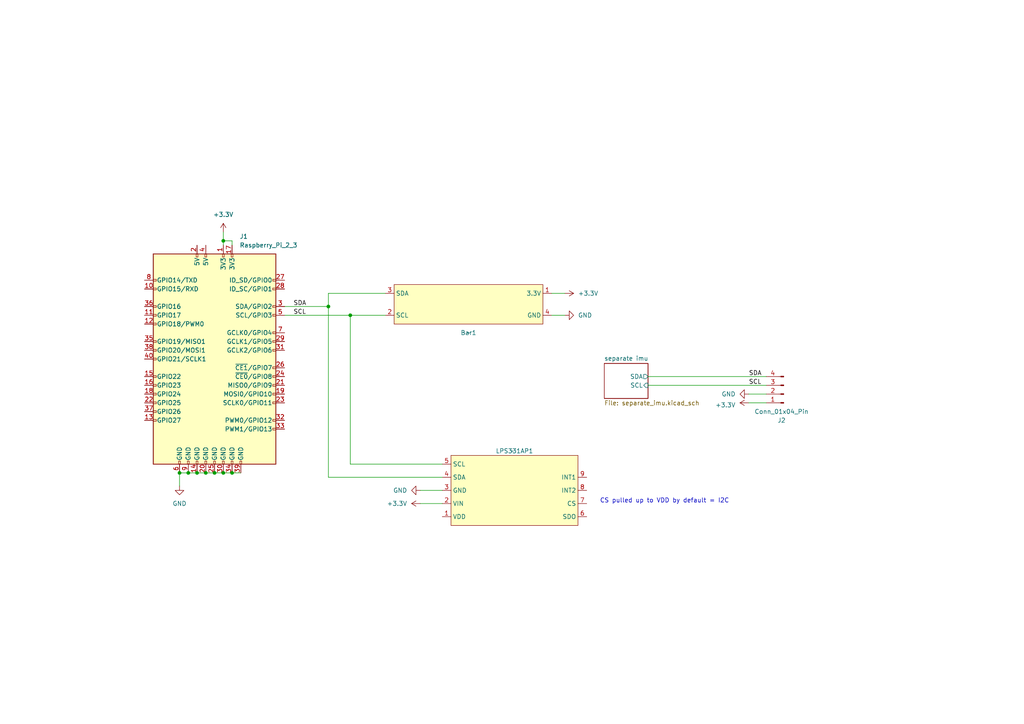
<source format=kicad_sch>
(kicad_sch (version 20230121) (generator eeschema)
  (paper "A4")
  (lib_symbols
    (symbol "Connector:Conn_01x04_Pin" (pin_names (offset 1.016) hide)
      (property "Reference" "J" (at 0 5.08 0))
      (property "Value" "Conn_01x04_Pin" (at 0 -7.62 0))
      (symbol "Conn_01x04_Pin_1_1"
        (polyline (pts (xy 1.27 -5.08) (xy 0.8636 -5.08)) (stroke (width 0.1524)))
        (polyline (pts (xy 1.27 -2.54) (xy 0.8636 -2.54)) (stroke (width 0.1524)))
        (polyline (pts (xy 1.27 0) (xy 0.8636 0)) (stroke (width 0.1524)))
        (polyline (pts (xy 1.27 2.54) (xy 0.8636 2.54)) (stroke (width 0.1524)))
        (rectangle (start 0.8636 -4.953) (end 0 -5.207) (stroke (width 0.1524)) (fill (type outline)))
        (rectangle (start 0.8636 -2.413) (end 0 -2.667) (stroke (width 0.1524)) (fill (type outline)))
        (rectangle (start 0.8636 0.127) (end 0 -0.127) (stroke (width 0.1524)) (fill (type outline)))
        (rectangle (start 0.8636 2.667) (end 0 2.413) (stroke (width 0.1524)) (fill (type outline)))
        (pin passive line (at 5.08 2.54 180) (length 3.81) (name "Pin_1") (number "1"))
        (pin passive line (at 5.08 0 180) (length 3.81) (name "Pin_2") (number "2"))
        (pin passive line (at 5.08 -2.54 180) (length 3.81) (name "Pin_3") (number "3"))
        (pin passive line (at 5.08 -5.08 180) (length 3.81) (name "Pin_4") (number "4"))
      )
    )
    (symbol "Connector:Raspberry_Pi_2_3" (pin_names (offset 1.016))
      (property "Reference" "J" (at -17.78 31.75 0))
      (property "Value" "Raspberry_Pi_2_3" (at 10.16 -31.75 0))
      (symbol "Raspberry_Pi_2_3_0_1"
        (rectangle (start -17.78 30.48) (end 17.78 -30.48) (stroke (width 0.254)) (fill (type background)))
      )
      (symbol "Raspberry_Pi_2_3_1_1"
        (rectangle (start -16.891 -17.526) (end -17.78 -18.034))
        (rectangle (start -16.891 -14.986) (end -17.78 -15.494))
        (rectangle (start -16.891 -12.446) (end -17.78 -12.954))
        (rectangle (start -16.891 -9.906) (end -17.78 -10.414))
        (rectangle (start -16.891 -7.366) (end -17.78 -7.874))
        (rectangle (start -16.891 -4.826) (end -17.78 -5.334))
        (rectangle (start -16.891 0.254) (end -17.78 -0.254))
        (rectangle (start -16.891 2.794) (end -17.78 2.286))
        (rectangle (start -16.891 5.334) (end -17.78 4.826))
        (rectangle (start -16.891 10.414) (end -17.78 9.906))
        (rectangle (start -16.891 12.954) (end -17.78 12.446))
        (rectangle (start -16.891 15.494) (end -17.78 14.986))
        (rectangle (start -16.891 20.574) (end -17.78 20.066))
        (rectangle (start -16.891 23.114) (end -17.78 22.606))
        (rectangle (start -10.414 -29.591) (end -9.906 -30.48))
        (rectangle (start -7.874 -29.591) (end -7.366 -30.48))
        (rectangle (start -5.334 -29.591) (end -4.826 -30.48))
        (rectangle (start -5.334 30.48) (end -4.826 29.591))
        (rectangle (start -2.794 -29.591) (end -2.286 -30.48))
        (rectangle (start -2.794 30.48) (end -2.286 29.591))
        (rectangle (start -0.254 -29.591) (end 0.254 -30.48))
        (rectangle (start 2.286 -29.591) (end 2.794 -30.48))
        (rectangle (start 2.286 30.48) (end 2.794 29.591))
        (rectangle (start 4.826 -29.591) (end 5.334 -30.48))
        (rectangle (start 4.826 30.48) (end 5.334 29.591))
        (rectangle (start 7.366 -29.591) (end 7.874 -30.48))
        (rectangle (start 17.78 -20.066) (end 16.891 -20.574))
        (rectangle (start 17.78 -17.526) (end 16.891 -18.034))
        (rectangle (start 17.78 -12.446) (end 16.891 -12.954))
        (rectangle (start 17.78 -9.906) (end 16.891 -10.414))
        (rectangle (start 17.78 -7.366) (end 16.891 -7.874))
        (rectangle (start 17.78 -4.826) (end 16.891 -5.334))
        (rectangle (start 17.78 -2.286) (end 16.891 -2.794))
        (rectangle (start 17.78 2.794) (end 16.891 2.286))
        (rectangle (start 17.78 5.334) (end 16.891 4.826))
        (rectangle (start 17.78 7.874) (end 16.891 7.366))
        (rectangle (start 17.78 12.954) (end 16.891 12.446))
        (rectangle (start 17.78 15.494) (end 16.891 14.986))
        (rectangle (start 17.78 20.574) (end 16.891 20.066))
        (rectangle (start 17.78 23.114) (end 16.891 22.606))
        (pin power_in line (at 2.54 33.02 270) (length 2.54) (name "3V3") (number "1"))
        (pin bidirectional line (at -20.32 20.32 0) (length 2.54) (name "GPIO15/RXD") (number "10"))
        (pin bidirectional line (at -20.32 12.7 0) (length 2.54) (name "GPIO17") (number "11"))
        (pin bidirectional line (at -20.32 10.16 0) (length 2.54) (name "GPIO18/PWM0") (number "12"))
        (pin bidirectional line (at -20.32 -17.78 0) (length 2.54) (name "GPIO27") (number "13"))
        (pin power_in line (at -5.08 -33.02 90) (length 2.54) (name "GND") (number "14"))
        (pin bidirectional line (at -20.32 -5.08 0) (length 2.54) (name "GPIO22") (number "15"))
        (pin bidirectional line (at -20.32 -7.62 0) (length 2.54) (name "GPIO23") (number "16"))
        (pin power_in line (at 5.08 33.02 270) (length 2.54) (name "3V3") (number "17"))
        (pin bidirectional line (at -20.32 -10.16 0) (length 2.54) (name "GPIO24") (number "18"))
        (pin bidirectional line (at 20.32 -10.16 180) (length 2.54) (name "MOSI0/GPIO10") (number "19"))
        (pin power_in line (at -5.08 33.02 270) (length 2.54) (name "5V") (number "2"))
        (pin power_in line (at -2.54 -33.02 90) (length 2.54) (name "GND") (number "20"))
        (pin bidirectional line (at 20.32 -7.62 180) (length 2.54) (name "MISO0/GPIO9") (number "21"))
        (pin bidirectional line (at -20.32 -12.7 0) (length 2.54) (name "GPIO25") (number "22"))
        (pin bidirectional line (at 20.32 -12.7 180) (length 2.54) (name "SCLK0/GPIO11") (number "23"))
        (pin bidirectional line (at 20.32 -5.08 180) (length 2.54) (name "~{CE0}/GPIO8") (number "24"))
        (pin power_in line (at 0 -33.02 90) (length 2.54) (name "GND") (number "25"))
        (pin bidirectional line (at 20.32 -2.54 180) (length 2.54) (name "~{CE1}/GPIO7") (number "26"))
        (pin bidirectional line (at 20.32 22.86 180) (length 2.54) (name "ID_SD/GPIO0") (number "27"))
        (pin bidirectional line (at 20.32 20.32 180) (length 2.54) (name "ID_SC/GPIO1") (number "28"))
        (pin bidirectional line (at 20.32 5.08 180) (length 2.54) (name "GCLK1/GPIO5") (number "29"))
        (pin bidirectional line (at 20.32 15.24 180) (length 2.54) (name "SDA/GPIO2") (number "3"))
        (pin power_in line (at 2.54 -33.02 90) (length 2.54) (name "GND") (number "30"))
        (pin bidirectional line (at 20.32 2.54 180) (length 2.54) (name "GCLK2/GPIO6") (number "31"))
        (pin bidirectional line (at 20.32 -17.78 180) (length 2.54) (name "PWM0/GPIO12") (number "32"))
        (pin bidirectional line (at 20.32 -20.32 180) (length 2.54) (name "PWM1/GPIO13") (number "33"))
        (pin power_in line (at 5.08 -33.02 90) (length 2.54) (name "GND") (number "34"))
        (pin bidirectional line (at -20.32 5.08 0) (length 2.54) (name "GPIO19/MISO1") (number "35"))
        (pin bidirectional line (at -20.32 15.24 0) (length 2.54) (name "GPIO16") (number "36"))
        (pin bidirectional line (at -20.32 -15.24 0) (length 2.54) (name "GPIO26") (number "37"))
        (pin bidirectional line (at -20.32 2.54 0) (length 2.54) (name "GPIO20/MOSI1") (number "38"))
        (pin power_in line (at 7.62 -33.02 90) (length 2.54) (name "GND") (number "39"))
        (pin power_in line (at -2.54 33.02 270) (length 2.54) (name "5V") (number "4"))
        (pin bidirectional line (at -20.32 0 0) (length 2.54) (name "GPIO21/SCLK1") (number "40"))
        (pin bidirectional line (at 20.32 12.7 180) (length 2.54) (name "SCL/GPIO3") (number "5"))
        (pin power_in line (at -10.16 -33.02 90) (length 2.54) (name "GND") (number "6"))
        (pin bidirectional line (at 20.32 7.62 180) (length 2.54) (name "GCLK0/GPIO4") (number "7"))
        (pin bidirectional line (at -20.32 22.86 0) (length 2.54) (name "GPIO14/TXD") (number "8"))
        (pin power_in line (at -7.62 -33.02 90) (length 2.54) (name "GND") (number "9"))
      )
    )
    (symbol "New_Library:Bar30"
      (property "Reference" "Bar1" (at 0 0 0))
      (property "Value" "~" (at 0 0 0))
      (symbol "Bar30_1_1"
        (rectangle (start -21.59 -2.54) (end 21.59 -13.97) (fill (type background)))
        (pin power_in line (at -24.13 -11.43 0) (length 2.54) (name "3.3V") (number "1"))
        (pin input line (at 24.13 -5.08 180) (length 2.54) (name "SCL") (number "2"))
        (pin unspecified line (at 24.13 -11.43 180) (length 2.54) (name "SDA") (number "3"))
        (pin unspecified line (at -24.13 -5.08 0) (length 2.54) (name "GND") (number "4"))
      )
    )
    (symbol "New_Library:LPS331AP"
      (property "Reference" "LPS331AP1" (at 0.635 0 0))
      (property "Value" "~" (at 0 0 0))
      (symbol "LPS331AP_1_1"
        (rectangle (start -17.78 -1.27) (end 19.05 -21.59) (fill (type background)))
        (pin unspecified line (at -20.32 -19.05 0) (length 2.54) (name "VDD") (number "1"))
        (pin unspecified line (at -20.32 -15.24 0) (length 2.54) (name "VIN") (number "2"))
        (pin unspecified line (at -20.32 -11.43 0) (length 2.54) (name "GND") (number "3"))
        (pin unspecified line (at -20.32 -7.62 0) (length 2.54) (name "SDA") (number "4"))
        (pin unspecified line (at -20.32 -3.81 0) (length 2.54) (name "SCL") (number "5"))
        (pin unspecified line (at 21.59 -19.05 180) (length 2.54) (name "SDO") (number "6"))
        (pin unspecified line (at 21.59 -15.24 180) (length 2.54) (name "CS") (number "7"))
        (pin unspecified line (at 21.59 -11.43 180) (length 2.54) (name "INT2") (number "8"))
        (pin unspecified line (at 21.59 -7.62 180) (length 2.54) (name "INT1") (number "9"))
      )
    )
    (symbol "power:+3.3V" (power) (pin_names (offset 0))
      (property "Value" "+3.3V" (at 0 3.556 0))
      (symbol "+3.3V_0_1"
        (polyline (pts (xy -0.762 1.27) (xy 0 2.54)))
        (polyline (pts (xy 0 0) (xy 0 2.54)))
        (polyline (pts (xy 0 2.54) (xy 0.762 1.27)))
      )
      (symbol "+3.3V_1_1"
        (pin power_in line (at 0 0 90) (length 0) hide (name "+3.3V") (number "1"))
      )
    )
    (symbol "power:GND" (power) (pin_names (offset 0))
      (property "Value" "GND" (at 0 -3.81 0))
      (symbol "GND_0_1"
        (polyline (pts (xy 0 0) (xy 0 -1.27) (xy 1.27 -1.27) (xy 0 -2.54) (xy -1.27 -1.27) (xy 0 -1.27)))
      )
      (symbol "GND_1_1"
        (pin power_in line (at 0 0 270) (length 0) hide (name "GND") (number "1"))
      )
    )
  )
  (junction (at 95.25 88.9))
  (junction (at 62.23 137.16))
  (junction (at 52.07 137.16))
  (junction (at 57.15 137.16))
  (junction (at 64.77 69.85))
  (junction (at 59.69 137.16))
  (junction (at 67.31 137.16))
  (junction (at 54.61 137.16))
  (junction (at 101.6 91.44))
  (junction (at 64.77 137.16))
  (wire (pts (xy 67.31 69.85) (xy 64.77 69.85)))
  (wire (pts (xy 67.31 137.16) (xy 69.85 137.16)))
  (wire (pts (xy 160.02 91.44) (xy 163.83 91.44)))
  (wire (pts (xy 128.27 134.62) (xy 101.6 134.62)))
  (wire (pts (xy 101.6 91.44) (xy 82.55 91.44)))
  (wire (pts (xy 59.69 137.16) (xy 62.23 137.16)))
  (wire (pts (xy 111.76 91.44) (xy 101.6 91.44)))
  (wire (pts (xy 121.92 142.24) (xy 128.27 142.24)))
  (wire (pts (xy 57.15 137.16) (xy 59.69 137.16)))
  (wire (pts (xy 187.96 111.76) (xy 222.25 111.76)))
  (wire (pts (xy 187.96 109.22) (xy 222.25 109.22)))
  (wire (pts (xy 128.27 138.43) (xy 95.25 138.43)))
  (wire (pts (xy 52.07 137.16) (xy 54.61 137.16)))
  (wire (pts (xy 52.07 140.97) (xy 52.07 137.16)))
  (wire (pts (xy 62.23 137.16) (xy 64.77 137.16)))
  (wire (pts (xy 64.77 69.85) (xy 64.77 71.12)))
  (wire (pts (xy 111.76 85.09) (xy 95.25 85.09)))
  (wire (pts (xy 82.55 88.9) (xy 95.25 88.9)))
  (wire (pts (xy 64.77 137.16) (xy 67.31 137.16)))
  (wire (pts (xy 101.6 91.44) (xy 101.6 134.62)))
  (wire (pts (xy 95.25 88.9) (xy 95.25 138.43)))
  (wire (pts (xy 217.17 116.84) (xy 222.25 116.84)))
  (wire (pts (xy 95.25 85.09) (xy 95.25 88.9)))
  (wire (pts (xy 217.17 114.3) (xy 222.25 114.3)))
  (wire (pts (xy 160.02 85.09) (xy 163.83 85.09)))
  (wire (pts (xy 54.61 137.16) (xy 57.15 137.16)))
  (wire (pts (xy 67.31 71.12) (xy 67.31 69.85)))
  (wire (pts (xy 64.77 67.31) (xy 64.77 69.85)))
  (wire (pts (xy 121.92 146.05) (xy 128.27 146.05)))
  (text "CS pulled up to VDD by default = I2C" (at 173.99 146.05 0) (effects (font (size 1.27 1.27)) (justify left bottom)))
  (label "SDA" (at 85.09 88.9 0))
  (label "SCL" (at 85.09 91.44 0))
  (label "SDA" (at 217.17 109.22 0))
  (label "SCL" (at 217.17 111.76 0))
  (symbol (lib_id "power:+3.3V") (at 163.83 85.09 270) (unit 1)
    (property "Reference" "#PWR02" (effects hide))
    (property "Value" "+3.3V" (at 167.64 85.09 90) (effects (justify left)))
  )
  (symbol (lib_id "power:+3.3V") (at 217.17 116.84 90) (unit 1)
    (property "Reference" "#PWR05" (effects hide))
    (property "Value" "+3.3V" (at 213.36 117.475 90) (effects (justify left)))
  )
  (symbol (lib_id "power:GND") (at 52.07 140.97 0) (unit 1)
    (property "Reference" "#PWR06" (effects hide))
    (property "Value" "GND" (at 52.07 146.05 0))
  )
  (symbol (lib_id "New_Library:LPS331AP") (at 148.59 130.81 0) (unit 1)
    (property "Reference" "LPS331AP1" (at 149.225 130.81 0))
    (property "Value" "~" (at 148.59 130.81 0))
    (property "Footprint" "Connector_PinHeader_2.54mm:PinHeader_1x09_P2.54mm_Vertical" (effects hide))
  )
  (symbol (lib_id "power:+3.3V") (at 121.92 146.05 90) (unit 1)
    (property "Reference" "#PWR08" (effects hide))
    (property "Value" "+3.3V" (at 118.11 146.05 90) (effects (justify left)))
  )
  (symbol (lib_id "power:GND") (at 163.83 91.44 90) (unit 1)
    (property "Reference" "#PWR03" (effects hide))
    (property "Value" "GND" (at 167.64 91.44 90) (effects (justify right)))
  )
  (symbol (lib_id "Connector:Conn_01x04_Pin") (at 227.33 114.3 180) (unit 1)
    (property "Reference" "J2" (at 226.695 121.92 0))
    (property "Value" "Conn_01x04_Pin" (at 226.695 119.38 0))
  )
  (symbol (lib_id "New_Library:Bar30") (at 135.89 96.52 180) (unit 1)
    (property "Reference" "Bar1" (at 135.89 96.52 0))
    (property "Value" "~" (at 135.89 96.52 0))
    (property "Footprint" "Connector_JST:JST_GH_BM04B-GHS-TBT_1x04-1MP_P1.25mm_Vertical" (effects hide))
  )
  (symbol (lib_id "Connector:Raspberry_Pi_2_3") (at 62.23 104.14 0) (unit 1)
    (property "Reference" "J1" (at 69.5041 68.58 0) (effects (justify left)))
    (property "Value" "Raspberry_Pi_2_3" (at 69.5041 71.12 0) (effects (justify left)))
    (property "Datasheet" "https://www.raspberrypi.org/documentation/hardware/raspberrypi/schematics/rpi_SCH_3bplus_1p0_reduced.pdf" (effects hide))
  )
  (symbol (lib_id "power:+3.3V") (at 64.77 67.31 0) (unit 1)
    (property "Reference" "#PWR01" (effects hide))
    (property "Value" "+3.3V" (at 64.77 62.23 0))
  )
  (symbol (lib_id "power:GND") (at 121.92 142.24 270) (unit 1)
    (property "Reference" "#PWR07" (effects hide))
    (property "Value" "GND" (at 118.11 142.24 90) (effects (justify right)))
  )
  (symbol (lib_id "power:GND") (at 217.17 114.3 270) (unit 1)
    (property "Reference" "#PWR04" (effects hide))
    (property "Value" "GND" (at 213.36 114.3 90) (effects (justify right)))
  )
  (sheet (at 175.26 105.41) (size 12.7 10.16) (stroke (width 0.1524))
    (property "Sheetname" "separate imu" (at 175.26 104.6984 0) (effects (justify left bottom)))
    (property "Sheetfile" "separate_imu.kicad_sch" (at 175.26 116.1546 0) (effects (justify left top)))
    (pin "SDA" output (at 187.96 109.22 0))
    (pin "SCL" input (at 187.96 111.76 0))
  )
)
</source>
